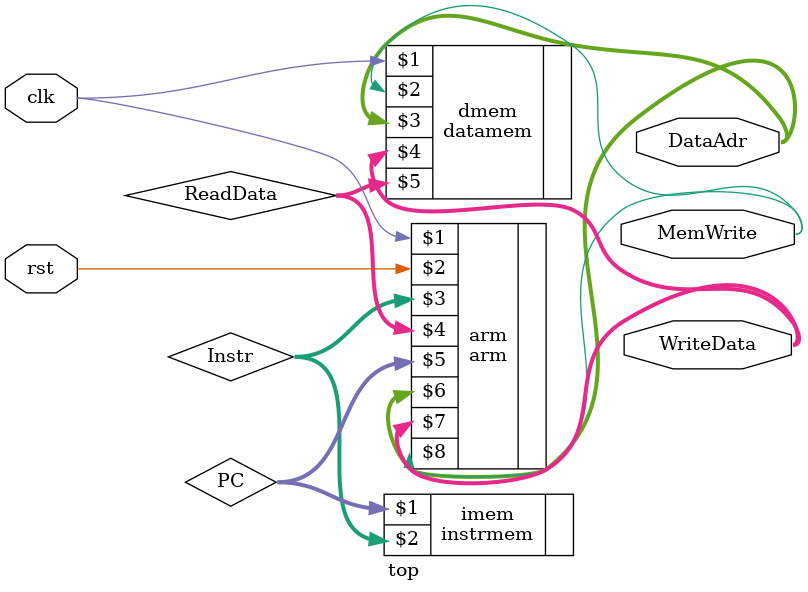
<source format=sv>
module top(input logic	       clk, rst,
	   output logic MemWrite,
	   output logic [31:0] WriteData, DataAdr);
   logic [31:0] PC, Instr, ReadData;
   arm arm (clk, rst, Instr, ReadData, PC, DataAdr, WriteData, MemWrite);
   instrmem imem (PC, Instr);
   datamem dmem (clk, MemWrite, DataAdr, WriteData, ReadData);
endmodule // top

</source>
